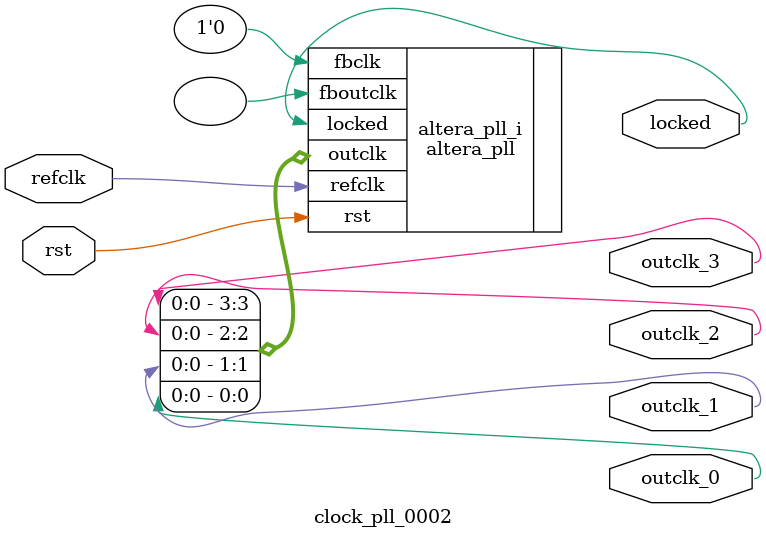
<source format=v>
`timescale 1ns/10ps
module  clock_pll_0002(

	// interface 'refclk'
	input wire refclk,

	// interface 'reset'
	input wire rst,

	// interface 'outclk0'
	output wire outclk_0,

	// interface 'outclk1'
	output wire outclk_1,

	// interface 'outclk2'
	output wire outclk_2,

	// interface 'outclk3'
	output wire outclk_3,

	// interface 'locked'
	output wire locked
);

	altera_pll #(
		.fractional_vco_multiplier("false"),
		.reference_clock_frequency("50.0 MHz"),
		.operation_mode("direct"),
		.number_of_clocks(4),
		.output_clock_frequency0("1.250000 MHz"),
		.phase_shift0("0 ps"),
		.duty_cycle0(50),
		.output_clock_frequency1("5.000000 MHz"),
		.phase_shift1("0 ps"),
		.duty_cycle1(50),
		.output_clock_frequency2("20.000000 MHz"),
		.phase_shift2("0 ps"),
		.duty_cycle2(50),
		.output_clock_frequency3("40.000000 MHz"),
		.phase_shift3("0 ps"),
		.duty_cycle3(50),
		.output_clock_frequency4("0 MHz"),
		.phase_shift4("0 ps"),
		.duty_cycle4(50),
		.output_clock_frequency5("0 MHz"),
		.phase_shift5("0 ps"),
		.duty_cycle5(50),
		.output_clock_frequency6("0 MHz"),
		.phase_shift6("0 ps"),
		.duty_cycle6(50),
		.output_clock_frequency7("0 MHz"),
		.phase_shift7("0 ps"),
		.duty_cycle7(50),
		.output_clock_frequency8("0 MHz"),
		.phase_shift8("0 ps"),
		.duty_cycle8(50),
		.output_clock_frequency9("0 MHz"),
		.phase_shift9("0 ps"),
		.duty_cycle9(50),
		.output_clock_frequency10("0 MHz"),
		.phase_shift10("0 ps"),
		.duty_cycle10(50),
		.output_clock_frequency11("0 MHz"),
		.phase_shift11("0 ps"),
		.duty_cycle11(50),
		.output_clock_frequency12("0 MHz"),
		.phase_shift12("0 ps"),
		.duty_cycle12(50),
		.output_clock_frequency13("0 MHz"),
		.phase_shift13("0 ps"),
		.duty_cycle13(50),
		.output_clock_frequency14("0 MHz"),
		.phase_shift14("0 ps"),
		.duty_cycle14(50),
		.output_clock_frequency15("0 MHz"),
		.phase_shift15("0 ps"),
		.duty_cycle15(50),
		.output_clock_frequency16("0 MHz"),
		.phase_shift16("0 ps"),
		.duty_cycle16(50),
		.output_clock_frequency17("0 MHz"),
		.phase_shift17("0 ps"),
		.duty_cycle17(50),
		.pll_type("General"),
		.pll_subtype("General")
	) altera_pll_i (
		.rst	(rst),
		.outclk	({outclk_3, outclk_2, outclk_1, outclk_0}),
		.locked	(locked),
		.fboutclk	( ),
		.fbclk	(1'b0),
		.refclk	(refclk)
	);
endmodule


</source>
